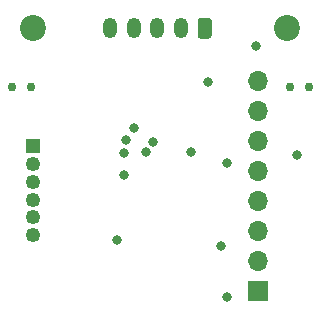
<source format=gbs>
G04 #@! TF.GenerationSoftware,KiCad,Pcbnew,(5.1.9)-1*
G04 #@! TF.CreationDate,2021-08-03T23:26:31+09:00*
G04 #@! TF.ProjectId,IMU_BNO055_20210802,494d555f-424e-44f3-9035-355f32303231,rev?*
G04 #@! TF.SameCoordinates,PX6dac2c0PY6dac2c0*
G04 #@! TF.FileFunction,Soldermask,Bot*
G04 #@! TF.FilePolarity,Negative*
%FSLAX46Y46*%
G04 Gerber Fmt 4.6, Leading zero omitted, Abs format (unit mm)*
G04 Created by KiCad (PCBNEW (5.1.9)-1) date 2021-08-03 23:26:31*
%MOMM*%
%LPD*%
G01*
G04 APERTURE LIST*
%ADD10C,2.200000*%
%ADD11C,1.250000*%
%ADD12R,1.250000X1.250000*%
%ADD13C,0.750000*%
%ADD14O,1.700000X1.700000*%
%ADD15R,1.700000X1.700000*%
%ADD16O,1.200000X1.750000*%
%ADD17C,0.800000*%
G04 APERTURE END LIST*
D10*
X6500000Y30500000D03*
X28000000Y30500000D03*
D11*
X6500000Y13000000D03*
X6500000Y14500000D03*
X6500000Y16000000D03*
X6500000Y17500000D03*
X6500000Y19000000D03*
D12*
X6500000Y20500000D03*
D13*
X4700000Y25500000D03*
X6300000Y25500000D03*
X28200000Y25500000D03*
X29800000Y25500000D03*
D14*
X25500000Y26000000D03*
X25500000Y23460000D03*
X25500000Y20920000D03*
X25500000Y18380000D03*
X25500000Y15840000D03*
X25500000Y13300000D03*
X25500000Y10760000D03*
D15*
X25500000Y8220000D03*
D16*
X13000000Y30500000D03*
X15000000Y30500000D03*
X17000000Y30500000D03*
X19000000Y30500000D03*
G36*
G01*
X21600000Y31125001D02*
X21600000Y29874999D01*
G75*
G02*
X21350001Y29625000I-249999J0D01*
G01*
X20649999Y29625000D01*
G75*
G02*
X20400000Y29874999I0J249999D01*
G01*
X20400000Y31125001D01*
G75*
G02*
X20649999Y31375000I249999J0D01*
G01*
X21350001Y31375000D01*
G75*
G02*
X21600000Y31125001I0J-249999D01*
G01*
G37*
D17*
X13581100Y12568100D03*
X22422750Y12077250D03*
X21270000Y25909300D03*
X14185900Y18032700D03*
X16009300Y20007800D03*
X22924100Y19080000D03*
X22872300Y7752400D03*
X16646600Y20874400D03*
X25394000Y28974900D03*
X15053600Y22055100D03*
X14328200Y21017400D03*
X14203700Y19909500D03*
X19839900Y20012700D03*
X28782700Y19744700D03*
M02*

</source>
